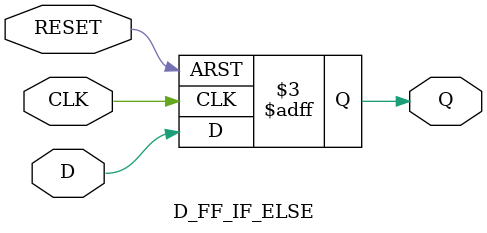
<source format=v>
module D_FF_IF_ELSE(CLK, RESET, D, Q);
    input CLK, RESET, D;
    output Q;

    reg Q;
    
    always @(negedge CLK or negedge RESET)
        if (!RESET)
            Q = 0;
        else
            Q = D;
endmodule
</source>
